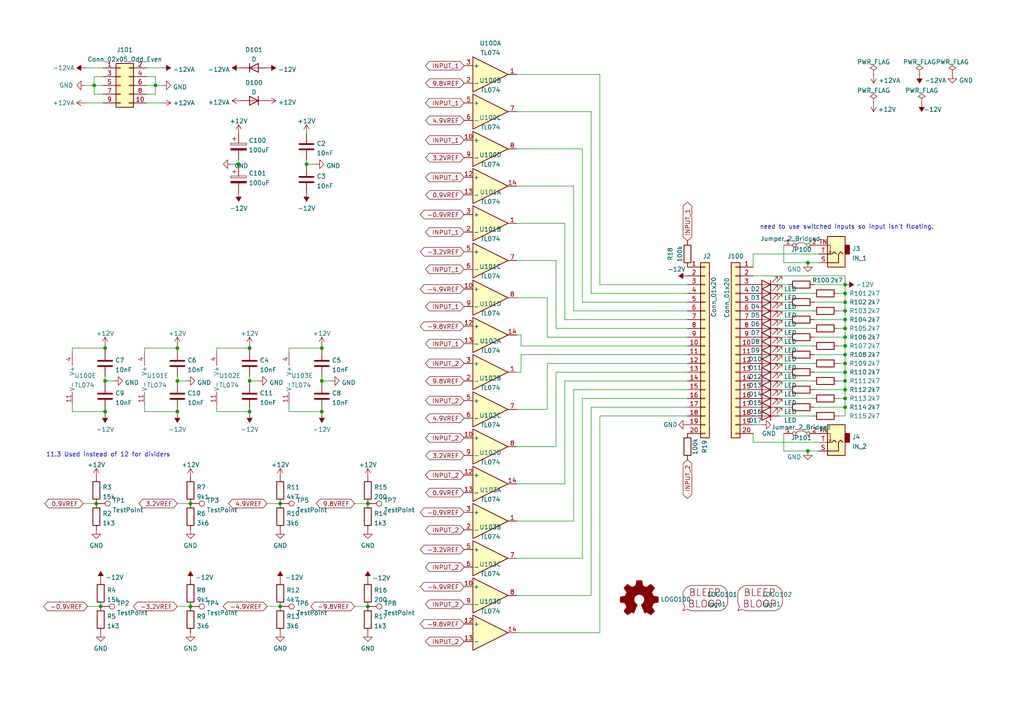
<source format=kicad_sch>
(kicad_sch (version 20211123) (generator eeschema)
  (paper "A4")
  (title_block (title "Voltage Detector") (date "2022-12-04") (rev "1.0") (company "RobotDialogs"))
  (junction (at 45.085 24.765))
  (junction (at 29.21 175.895))
  (junction (at 55.245 175.895))
  (junction (at 245.11 82.55))
  (junction (at 93.345 100.965))
  (junction (at 245.11 95.25))
  (junction (at 81.28 175.895))
  (junction (at 106.68 146.05))
  (junction (at 245.11 118.11))
  (junction (at 27.94 146.05))
  (junction (at 245.11 102.87))
  (junction (at 245.11 113.03))
  (junction (at 106.68 175.895))
  (junction (at 72.39 100.965))
  (junction (at 72.39 110.49))
  (junction (at 93.345 119.38))
  (junction (at 30.48 119.38))
  (junction (at 93.345 110.49))
  (junction (at 27.305 24.765))
  (junction (at 245.11 110.49))
  (junction (at 245.11 97.79))
  (junction (at 30.48 110.49))
  (junction (at 245.11 85.09))
  (junction (at 88.9 47.625))
  (junction (at 245.11 100.33))
  (junction (at 81.28 146.05))
  (junction (at 51.435 110.49))
  (junction (at 51.435 119.38))
  (junction (at 72.39 119.38))
  (junction (at 245.11 90.17))
  (junction (at 245.11 107.95))
  (junction (at 69.215 47.625))
  (junction (at 55.245 146.05))
  (junction (at 234.315 130.81))
  (junction (at 245.11 105.41))
  (junction (at 245.11 87.63))
  (junction (at 245.11 92.71))
  (junction (at 234.315 76.2))
  (junction (at 30.48 100.965))
  (junction (at 51.435 100.965))
  (junction (at 245.11 115.57))
  (wire (pts (xy 161.29 75.565) (xy 161.29 95.25)))
  (wire (pts (xy 226.06 90.17) (xy 235.585 90.17)))
  (wire (pts (xy 72.39 109.22) (xy 72.39 110.49)))
  (wire (pts (xy 151.13 100.33) (xy 199.39 100.33)))
  (wire (pts (xy 41.91 102.235) (xy 41.91 100.965)))
  (wire (pts (xy 149.86 129.54) (xy 161.29 129.54)))
  (wire (pts (xy 69.215 47.625) (xy 69.215 48.26)))
  (wire (pts (xy 67.31 47.625) (xy 69.215 47.625)))
  (wire (pts (xy 158.75 86.36) (xy 158.75 97.79)))
  (wire (pts (xy 149.86 118.745) (xy 158.75 118.745)))
  (wire (pts (xy 163.83 110.49) (xy 199.39 110.49)))
  (wire (pts (xy 102.87 146.05) (xy 106.68 146.05)))
  (wire (pts (xy 236.22 97.79) (xy 245.11 97.79)))
  (wire (pts (xy 226.06 102.87) (xy 228.6 102.87)))
  (wire (pts (xy 226.06 107.95) (xy 228.6 107.95)))
  (wire (pts (xy 218.44 128.27) (xy 218.44 125.73)))
  (wire (pts (xy 72.39 110.49) (xy 72.39 111.125)))
  (wire (pts (xy 72.39 110.49) (xy 74.93 110.49)))
  (wire (pts (xy 245.11 105.41) (xy 245.11 107.95)))
  (wire (pts (xy 151.13 102.87) (xy 199.39 102.87)))
  (wire (pts (xy 151.13 107.95) (xy 151.13 102.87)))
  (wire (pts (xy 227.33 76.2) (xy 227.33 71.12)))
  (wire (pts (xy 27.305 22.225) (xy 27.305 24.765)))
  (wire (pts (xy 236.22 87.63) (xy 245.11 87.63)))
  (wire (pts (xy 29.845 22.225) (xy 27.305 22.225)))
  (wire (pts (xy 83.82 102.235) (xy 83.82 100.965)))
  (wire (pts (xy 45.085 24.765) (xy 45.085 27.305)))
  (wire (pts (xy 236.22 118.11) (xy 245.11 118.11)))
  (wire (pts (xy 93.345 110.49) (xy 95.885 110.49)))
  (wire (pts (xy 227.33 130.81) (xy 227.33 125.73)))
  (wire (pts (xy 245.11 100.33) (xy 245.11 102.87)))
  (wire (pts (xy 93.345 109.22) (xy 93.345 110.49)))
  (wire (pts (xy 149.86 107.95) (xy 151.13 107.95)))
  (wire (pts (xy 77.47 175.895) (xy 81.28 175.895)))
  (wire (pts (xy 51.435 110.49) (xy 51.435 111.125)))
  (wire (pts (xy 93.345 119.38) (xy 93.345 118.745)))
  (wire (pts (xy 245.11 85.09) (xy 245.11 87.63)))
  (wire (pts (xy 72.39 100.965) (xy 72.39 101.6)))
  (wire (pts (xy 93.345 110.49) (xy 93.345 111.125)))
  (wire (pts (xy 226.06 113.03) (xy 228.6 113.03)))
  (wire (pts (xy 30.48 109.22) (xy 30.48 110.49)))
  (wire (pts (xy 20.955 119.38) (xy 30.48 119.38)))
  (wire (pts (xy 245.11 113.03) (xy 245.11 115.57)))
  (wire (pts (xy 245.11 97.79) (xy 245.11 100.33)))
  (wire (pts (xy 245.11 107.95) (xy 245.11 110.49)))
  (wire (pts (xy 88.9 47.625) (xy 91.44 47.625)))
  (wire (pts (xy 149.86 140.335) (xy 163.83 140.335)))
  (wire (pts (xy 51.435 100.33) (xy 51.435 100.965)))
  (wire (pts (xy 72.39 120.015) (xy 72.39 119.38)))
  (wire (pts (xy 149.86 53.975) (xy 166.37 53.975)))
  (wire (pts (xy 243.205 110.49) (xy 245.11 110.49)))
  (wire (pts (xy 243.205 105.41) (xy 245.11 105.41)))
  (wire (pts (xy 166.37 113.03) (xy 199.39 113.03)))
  (wire (pts (xy 158.75 118.745) (xy 158.75 105.41)))
  (wire (pts (xy 51.435 110.49) (xy 53.975 110.49)))
  (wire (pts (xy 151.13 97.155) (xy 151.13 100.33)))
  (wire (pts (xy 234.315 130.81) (xy 237.49 130.81)))
  (wire (pts (xy 24.765 19.685) (xy 29.845 19.685)))
  (wire (pts (xy 218.44 128.27) (xy 237.49 128.27)))
  (wire (pts (xy 149.86 161.925) (xy 168.91 161.925)))
  (wire (pts (xy 30.48 120.015) (xy 30.48 119.38)))
  (wire (pts (xy 173.99 82.55) (xy 199.39 82.55)))
  (wire (pts (xy 245.11 80.01) (xy 245.11 82.55)))
  (wire (pts (xy 51.435 175.895) (xy 55.245 175.895)))
  (wire (pts (xy 234.315 130.81) (xy 227.33 130.81)))
  (wire (pts (xy 245.11 95.25) (xy 245.11 97.79)))
  (wire (pts (xy 62.865 102.235) (xy 62.865 100.965)))
  (wire (pts (xy 168.91 161.925) (xy 168.91 115.57)))
  (wire (pts (xy 72.39 119.38) (xy 72.39 118.745)))
  (wire (pts (xy 41.91 100.965) (xy 51.435 100.965)))
  (wire (pts (xy 27.305 24.765) (xy 29.845 24.765)))
  (wire (pts (xy 30.48 100.33) (xy 30.48 100.965)))
  (wire (pts (xy 236.22 92.71) (xy 245.11 92.71)))
  (wire (pts (xy 245.11 92.71) (xy 245.11 95.25)))
  (wire (pts (xy 83.82 100.965) (xy 93.345 100.965)))
  (wire (pts (xy 149.86 21.59) (xy 173.99 21.59)))
  (wire (pts (xy 72.39 100.33) (xy 72.39 100.965)))
  (wire (pts (xy 83.82 117.475) (xy 83.82 119.38)))
  (wire (pts (xy 226.06 92.71) (xy 228.6 92.71)))
  (wire (pts (xy 62.865 119.38) (xy 72.39 119.38)))
  (wire (pts (xy 243.205 85.09) (xy 245.11 85.09)))
  (wire (pts (xy 149.86 183.515) (xy 173.99 183.515)))
  (wire (pts (xy 102.87 175.895) (xy 106.68 175.895)))
  (wire (pts (xy 30.48 110.49) (xy 30.48 111.125)))
  (wire (pts (xy 218.44 73.66) (xy 237.49 73.66)))
  (wire (pts (xy 42.545 19.685) (xy 46.99 19.685)))
  (wire (pts (xy 235.585 120.65) (xy 226.06 120.65)))
  (wire (pts (xy 30.48 110.49) (xy 33.02 110.49)))
  (wire (pts (xy 166.37 90.17) (xy 199.39 90.17)))
  (wire (pts (xy 226.06 118.11) (xy 228.6 118.11)))
  (wire (pts (xy 149.86 97.155) (xy 151.13 97.155)))
  (wire (pts (xy 42.545 22.225) (xy 45.085 22.225)))
  (wire (pts (xy 243.205 90.17) (xy 245.11 90.17)))
  (wire (pts (xy 236.22 102.87) (xy 245.11 102.87)))
  (wire (pts (xy 27.305 24.765) (xy 27.305 27.305)))
  (wire (pts (xy 234.315 76.2) (xy 237.49 76.2)))
  (wire (pts (xy 226.06 115.57) (xy 235.585 115.57)))
  (wire (pts (xy 163.83 64.77) (xy 163.83 92.71)))
  (wire (pts (xy 88.9 47.625) (xy 88.9 48.26)))
  (wire (pts (xy 45.085 24.765) (xy 46.99 24.765)))
  (wire (pts (xy 51.435 109.22) (xy 51.435 110.49)))
  (wire (pts (xy 30.48 100.965) (xy 30.48 101.6)))
  (wire (pts (xy 161.29 107.95) (xy 199.39 107.95)))
  (wire (pts (xy 245.11 115.57) (xy 245.11 118.11)))
  (wire (pts (xy 245.11 120.65) (xy 243.205 120.65)))
  (wire (pts (xy 45.085 22.225) (xy 45.085 24.765)))
  (wire (pts (xy 41.91 119.38) (xy 51.435 119.38)))
  (wire (pts (xy 51.435 100.965) (xy 51.435 101.6)))
  (wire (pts (xy 51.435 119.38) (xy 51.435 118.745)))
  (wire (pts (xy 173.99 21.59) (xy 173.99 82.55)))
  (wire (pts (xy 166.37 151.13) (xy 166.37 113.03)))
  (wire (pts (xy 45.085 27.305) (xy 42.545 27.305)))
  (wire (pts (xy 168.91 115.57) (xy 199.39 115.57)))
  (wire (pts (xy 25.4 175.895) (xy 29.21 175.895)))
  (wire (pts (xy 243.205 115.57) (xy 245.11 115.57)))
  (wire (pts (xy 62.865 117.475) (xy 62.865 119.38)))
  (wire (pts (xy 93.345 100.965) (xy 93.345 101.6)))
  (wire (pts (xy 24.13 146.05) (xy 27.94 146.05)))
  (wire (pts (xy 171.45 32.385) (xy 171.45 85.09)))
  (wire (pts (xy 88.9 46.355) (xy 88.9 47.625)))
  (wire (pts (xy 27.305 27.305) (xy 29.845 27.305)))
  (wire (pts (xy 149.86 151.13) (xy 166.37 151.13)))
  (wire (pts (xy 20.955 100.965) (xy 30.48 100.965)))
  (wire (pts (xy 218.44 123.19) (xy 220.98 123.19)))
  (wire (pts (xy 226.06 95.25) (xy 235.585 95.25)))
  (wire (pts (xy 158.75 105.41) (xy 199.39 105.41)))
  (wire (pts (xy 163.83 140.335) (xy 163.83 110.49)))
  (wire (pts (xy 62.865 100.965) (xy 72.39 100.965)))
  (wire (pts (xy 245.11 90.17) (xy 245.11 92.71)))
  (wire (pts (xy 234.315 76.2) (xy 227.33 76.2)))
  (wire (pts (xy 149.86 64.77) (xy 163.83 64.77)))
  (wire (pts (xy 161.29 129.54) (xy 161.29 107.95)))
  (wire (pts (xy 236.22 82.55) (xy 245.11 82.55)))
  (wire (pts (xy 171.45 118.11) (xy 199.39 118.11)))
  (wire (pts (xy 51.435 146.05) (xy 55.245 146.05)))
  (wire (pts (xy 243.205 100.33) (xy 245.11 100.33)))
  (wire (pts (xy 42.545 29.845) (xy 46.99 29.845)))
  (wire (pts (xy 166.37 53.975) (xy 166.37 90.17)))
  (wire (pts (xy 245.11 118.11) (xy 245.11 120.65)))
  (wire (pts (xy 168.91 87.63) (xy 199.39 87.63)))
  (wire (pts (xy 93.345 120.015) (xy 93.345 119.38)))
  (wire (pts (xy 171.45 85.09) (xy 199.39 85.09)))
  (wire (pts (xy 226.06 97.79) (xy 228.6 97.79)))
  (wire (pts (xy 218.44 80.01) (xy 245.11 80.01)))
  (wire (pts (xy 41.91 117.475) (xy 41.91 119.38)))
  (wire (pts (xy 158.75 97.79) (xy 199.39 97.79)))
  (wire (pts (xy 24.765 24.765) (xy 27.305 24.765)))
  (wire (pts (xy 226.06 85.09) (xy 235.585 85.09)))
  (wire (pts (xy 226.06 82.55) (xy 228.6 82.55)))
  (wire (pts (xy 226.06 100.33) (xy 235.585 100.33)))
  (wire (pts (xy 149.86 32.385) (xy 171.45 32.385)))
  (wire (pts (xy 77.47 146.05) (xy 81.28 146.05)))
  (wire (pts (xy 243.205 95.25) (xy 245.11 95.25)))
  (wire (pts (xy 245.11 110.49) (xy 245.11 113.03)))
  (wire (pts (xy 171.45 172.72) (xy 171.45 118.11)))
  (wire (pts (xy 51.435 120.015) (xy 51.435 119.38)))
  (wire (pts (xy 173.99 120.65) (xy 199.39 120.65)))
  (wire (pts (xy 149.86 86.36) (xy 158.75 86.36)))
  (wire (pts (xy 173.99 183.515) (xy 173.99 120.65)))
  (wire (pts (xy 226.06 87.63) (xy 228.6 87.63)))
  (wire (pts (xy 245.11 87.63) (xy 245.11 90.17)))
  (wire (pts (xy 236.22 107.95) (xy 245.11 107.95)))
  (wire (pts (xy 20.955 117.475) (xy 20.955 119.38)))
  (wire (pts (xy 236.22 113.03) (xy 245.11 113.03)))
  (wire (pts (xy 42.545 24.765) (xy 45.085 24.765)))
  (wire (pts (xy 149.86 43.18) (xy 168.91 43.18)))
  (wire (pts (xy 226.06 110.49) (xy 235.585 110.49)))
  (wire (pts (xy 30.48 119.38) (xy 30.48 118.745)))
  (wire (pts (xy 218.44 77.47) (xy 218.44 73.66)))
  (wire (pts (xy 29.845 29.845) (xy 24.765 29.845)))
  (wire (pts (xy 83.82 119.38) (xy 93.345 119.38)))
  (wire (pts (xy 245.11 102.87) (xy 245.11 105.41)))
  (wire (pts (xy 168.91 43.18) (xy 168.91 87.63)))
  (wire (pts (xy 69.215 46.355) (xy 69.215 47.625)))
  (wire (pts (xy 163.83 92.71) (xy 199.39 92.71)))
  (wire (pts (xy 161.29 95.25) (xy 199.39 95.25)))
  (wire (pts (xy 149.86 75.565) (xy 161.29 75.565)))
  (wire (pts (xy 20.955 102.235) (xy 20.955 100.965)))
  (wire (pts (xy 149.86 172.72) (xy 171.45 172.72)))
  (wire (pts (xy 93.345 100.33) (xy 93.345 100.965)))
  (wire (pts (xy 245.11 82.55) (xy 245.11 85.09)))
  (wire (pts (xy 226.06 105.41) (xy 235.585 105.41)))
  (text "11.3 Used instead of 12 for dividers" (at 13.335 132.715 0) (effects (font (size 1.27 1.27)) (justify left bottom)))
  (text "need to use switched inputs so input isn't floating." (at 220.345 66.675 0) (effects (font (size 1.27 1.27)) (justify left bottom)))
  (global_label "INPUT_2" (shape bidirectional) (at 134.62 186.055 180) (property "Intersheet References" "${INTERSHEET_REFS}" (effects hide)))
  (global_label "-0.9VREF" (shape bidirectional) (at 134.62 148.59 180) (property "Intersheet References" "${INTERSHEET_REFS}" (effects hide)))
  (global_label "-9.8VREF" (shape bidirectional) (at 134.62 180.975 180) (property "Intersheet References" "${INTERSHEET_REFS}" (effects hide)))
  (global_label "9.8VREF" (shape bidirectional) (at 102.87 146.05 180) (property "Intersheet References" "${INTERSHEET_REFS}" (effects hide)))
  (global_label "INPUT_1" (shape bidirectional) (at 134.62 19.05 180) (property "Intersheet References" "${INTERSHEET_REFS}" (effects hide)))
  (global_label "INPUT_1" (shape bidirectional) (at 134.62 88.9 180) (property "Intersheet References" "${INTERSHEET_REFS}" (effects hide)))
  (global_label "-0.9VREF" (shape bidirectional) (at 25.4 175.895 180) (property "Intersheet References" "${INTERSHEET_REFS}" (effects hide)))
  (global_label "INPUT_2" (shape bidirectional) (at 134.62 105.41 180) (property "Intersheet References" "${INTERSHEET_REFS}" (effects hide)))
  (global_label "INPUT_1" (shape bidirectional) (at 199.39 69.85 90) (property "Intersheet References" "${INTERSHEET_REFS}" (effects hide)))
  (global_label "9.8VREF" (shape bidirectional) (at 134.62 24.13 180) (property "Intersheet References" "${INTERSHEET_REFS}" (effects hide)))
  (global_label "INPUT_2" (shape bidirectional) (at 199.39 133.35 270) (property "Intersheet References" "${INTERSHEET_REFS}" (effects hide)))
  (global_label "INPUT_1" (shape bidirectional) (at 134.62 99.695 180) (property "Intersheet References" "${INTERSHEET_REFS}" (effects hide)))
  (global_label "0.9VREF" (shape bidirectional) (at 24.13 146.05 180) (property "Intersheet References" "${INTERSHEET_REFS}" (effects hide)))
  (global_label "-9.8VREF" (shape bidirectional) (at 102.87 175.895 180) (property "Intersheet References" "${INTERSHEET_REFS}" (effects hide)))
  (global_label "3.2VREF" (shape bidirectional) (at 51.435 146.05 180) (property "Intersheet References" "${INTERSHEET_REFS}" (effects hide)))
  (global_label "-4.9VREF" (shape bidirectional) (at 77.47 175.895 180) (property "Intersheet References" "${INTERSHEET_REFS}" (effects hide)))
  (global_label "INPUT_2" (shape bidirectional) (at 134.62 116.205 180) (property "Intersheet References" "${INTERSHEET_REFS}" (effects hide)))
  (global_label "0.9VREF" (shape bidirectional) (at 134.62 142.875 180) (property "Intersheet References" "${INTERSHEET_REFS}" (effects hide)))
  (global_label "-4.9VREF" (shape bidirectional) (at 134.62 83.82 180) (property "Intersheet References" "${INTERSHEET_REFS}" (effects hide)))
  (global_label "4.9VREF" (shape bidirectional) (at 134.62 34.925 180) (property "Intersheet References" "${INTERSHEET_REFS}" (effects hide)))
  (global_label "-3.2VREF" (shape bidirectional) (at 134.62 73.025 180) (property "Intersheet References" "${INTERSHEET_REFS}" (effects hide)))
  (global_label "INPUT_1" (shape bidirectional) (at 134.62 40.64 180) (property "Intersheet References" "${INTERSHEET_REFS}" (effects hide)))
  (global_label "INPUT_2" (shape bidirectional) (at 134.62 153.67 180) (property "Intersheet References" "${INTERSHEET_REFS}" (effects hide)))
  (global_label "INPUT_2" (shape bidirectional) (at 134.62 137.795 180) (property "Intersheet References" "${INTERSHEET_REFS}" (effects hide)))
  (global_label "-9.8VREF" (shape bidirectional) (at 134.62 94.615 180) (property "Intersheet References" "${INTERSHEET_REFS}" (effects hide)))
  (global_label "4.9VREF" (shape bidirectional) (at 77.47 146.05 180) (property "Intersheet References" "${INTERSHEET_REFS}" (effects hide)))
  (global_label "INPUT_1" (shape bidirectional) (at 134.62 51.435 180) (property "Intersheet References" "${INTERSHEET_REFS}" (effects hide)))
  (global_label "9.8VREF" (shape bidirectional) (at 134.62 110.49 180) (property "Intersheet References" "${INTERSHEET_REFS}" (effects hide)))
  (global_label "INPUT_1" (shape bidirectional) (at 134.62 78.105 180) (property "Intersheet References" "${INTERSHEET_REFS}" (effects hide)))
  (global_label "-0.9VREF" (shape bidirectional) (at 134.62 62.23 180) (property "Intersheet References" "${INTERSHEET_REFS}" (effects hide)))
  (global_label "-3.2VREF" (shape bidirectional) (at 51.435 175.895 180) (property "Intersheet References" "${INTERSHEET_REFS}" (effects hide)))
  (global_label "-4.9VREF" (shape bidirectional) (at 134.62 170.18 180) (property "Intersheet References" "${INTERSHEET_REFS}" (effects hide)))
  (global_label "INPUT_1" (shape bidirectional) (at 134.62 67.31 180) (property "Intersheet References" "${INTERSHEET_REFS}" (effects hide)))
  (global_label "INPUT_2" (shape bidirectional) (at 134.62 164.465 180) (property "Intersheet References" "${INTERSHEET_REFS}" (effects hide)))
  (global_label "0.9VREF" (shape bidirectional) (at 134.62 56.515 180) (property "Intersheet References" "${INTERSHEET_REFS}" (effects hide)))
  (global_label "INPUT_2" (shape bidirectional) (at 134.62 175.26 180) (property "Intersheet References" "${INTERSHEET_REFS}" (effects hide)))
  (global_label "4.9VREF" (shape bidirectional) (at 134.62 121.285 180) (property "Intersheet References" "${INTERSHEET_REFS}" (effects hide)))
  (global_label "INPUT_2" (shape bidirectional) (at 134.62 127 180) (property "Intersheet References" "${INTERSHEET_REFS}" (effects hide)))
  (global_label "3.2VREF" (shape bidirectional) (at 134.62 45.72 180) (property "Intersheet References" "${INTERSHEET_REFS}" (effects hide)))
  (global_label "-3.2VREF" (shape bidirectional) (at 134.62 159.385 180) (property "Intersheet References" "${INTERSHEET_REFS}" (effects hide)))
  (global_label "3.2VREF" (shape bidirectional) (at 134.62 132.08 180) (property "Intersheet References" "${INTERSHEET_REFS}" (effects hide)))
  (global_label "INPUT_1" (shape bidirectional) (at 134.62 29.845 180) (property "Intersheet References" "${INTERSHEET_REFS}" (effects hide)))
  (symbol (lib_id "Device:LED") (at 222.25 92.71 180) (unit 1)
    (property "Reference" "D6" (at 219.075 93.98 0))
    (property "Value" "LED" (at 229.235 93.98 0))
    (property "Footprint" "My Stuff:LED_D3.0mm" (effects hide))
  )
  (symbol (lib_id "power:GND") (at 74.93 110.49 90) (unit 1)
    (property "Reference" "#PWR031" (effects hide))
    (property "Value" "GND" (at 78.105 110.969 90) (effects (justify right)))
  )
  (symbol (lib_id "Device:R") (at 81.28 179.705 180) (unit 1)
    (property "Reference" "R13" (at 83.058 178.7965 0) (effects (justify right)))
    (property "Value" "3k6" (at 83.058 181.5716 0) (effects (justify right)))
    (property "Footprint" "Resistor_SMD:R_1206_3216Metric_Pad1.30x1.75mm_HandSolder" (effects hide))
  )
  (symbol (lib_id "power:GND") (at 220.98 123.19 90) (mirror x) (unit 1)
    (property "Reference" "#PWR038" (effects hide))
    (property "Value" "GND" (at 220.98 125.73 90) (effects (justify right)))
  )
  (symbol (lib_id "Device:D") (at 73.66 19.685 0) (unit 1)
    (property "Reference" "D101" (at 73.66 14.4485 0))
    (property "Value" "D" (at 73.66 17.2236 0))
    (property "Footprint" "Diode_THT:D_A-405_P2.54mm_Vertical_KathodeUp" (effects hide))
  )
  (symbol (lib_id "Amplifier_Operational:TL074") (at 142.24 183.515 0) (unit 4)
    (property "Reference" "U103" (at 142.24 174.4685 0))
    (property "Value" "TL074" (at 142.24 177.2436 0))
    (property "Footprint" "Package_DIP:DIP-14_W7.62mm_Socket_LongPads" (effects hide))
    (property "Datasheet" "http://www.ti.com/lit/ds/symlink/tl071.pdf" (effects hide))
  )
  (symbol (lib_id "Device:R") (at 232.41 102.87 90) (unit 1)
    (property "Reference" "R108" (at 251.46 102.87 90) (effects (justify left)))
    (property "Value" "2k7" (at 255.27 102.87 90) (effects (justify left)))
    (property "Footprint" "Resistor_SMD:R_1206_3216Metric_Pad1.30x1.75mm_HandSolder" (effects hide))
  )
  (symbol (lib_id "power:GND") (at 106.68 183.515 0) (unit 1)
    (property "Reference" "#PWR055" (effects hide))
    (property "Value" "GND" (at 106.68 188.0775 0))
  )
  (symbol (lib_id "Device:R") (at 232.41 97.79 90) (unit 1)
    (property "Reference" "R106" (at 251.46 97.79 90) (effects (justify left)))
    (property "Value" "2k7" (at 255.27 97.79 90) (effects (justify left)))
    (property "Footprint" "Resistor_SMD:R_1206_3216Metric_Pad1.30x1.75mm_HandSolder" (effects hide))
  )
  (symbol (lib_id "Device:LED") (at 222.25 97.79 180) (unit 1)
    (property "Reference" "D8" (at 219.075 99.06 0))
    (property "Value" "LED" (at 229.235 99.06 0))
    (property "Footprint" "My Stuff:LED_D3.0mm" (effects hide))
  )
  (symbol (lib_id "Device:C_Polarized") (at 69.215 42.545 0) (unit 1)
    (property "Reference" "C100" (at 72.136 40.7475 0) (effects (justify left)))
    (property "Value" "100uF" (at 72.136 43.5226 0) (effects (justify left)))
    (property "Footprint" "Capacitor_THT:CP_Radial_D5.0mm_P2.50mm" (effects hide))
  )
  (symbol (lib_id "Device:R") (at 81.28 142.24 180) (unit 1)
    (property "Reference" "R11" (at 83.058 141.3315 0) (effects (justify right)))
    (property "Value" "4k7" (at 83.058 144.1066 0) (effects (justify right)))
    (property "Footprint" "Resistor_SMD:R_1206_3216Metric_Pad1.30x1.75mm_HandSolder" (effects hide))
  )
  (symbol (lib_id "Connector_Generic:Conn_01x20") (at 204.47 100.33 0) (unit 1)
    (property "Reference" "J2" (at 203.835 74.295 0) (effects (justify left)))
    (property "Value" "Conn_01x20" (at 207.01 92.075 90) (effects (justify left)))
    (property "Footprint" "Connector_PinHeader_2.54mm:PinHeader_1x20_P2.54mm_Horizontal" (effects hide))
  )
  (symbol (lib_id "power:+12VA") (at 24.765 29.845 90) (unit 1)
    (property "Reference" "#PWR012" (effects hide))
    (property "Value" "+12VA" (at 15.24 29.845 90) (effects (justify right)))
  )
  (symbol (lib_id "Device:R") (at 29.21 179.705 180) (unit 1)
    (property "Reference" "R5" (at 30.988 178.7965 0) (effects (justify right)))
    (property "Value" "1k3" (at 30.988 181.5716 0) (effects (justify right)))
    (property "Footprint" "Resistor_SMD:R_1206_3216Metric_Pad1.30x1.75mm_HandSolder" (effects hide))
  )
  (symbol (lib_id "Device:R") (at 239.395 120.65 90) (unit 1)
    (property "Reference" "R115" (at 251.46 120.65 90) (effects (justify left)))
    (property "Value" "2k7" (at 255.27 120.65 90) (effects (justify left)))
    (property "Footprint" "Resistor_SMD:R_1206_3216Metric_Pad1.30x1.75mm_HandSolder" (effects hide))
  )
  (symbol (lib_id "power:-12VA") (at 266.7 21.59 180) (unit 1)
    (property "Reference" "#PWR06" (effects hide))
    (property "Value" "-12VA" (at 268.097 23.339 0) (effects (justify right)))
  )
  (symbol (lib_id "power:+12V") (at 69.215 38.735 0) (unit 1)
    (property "Reference" "#PWR016" (effects hide))
    (property "Value" "+12V" (at 69.215 35.1305 0))
  )
  (symbol (lib_id "Amplifier_Operational:TL074") (at 142.24 129.54 0) (unit 3)
    (property "Reference" "U102" (at 142.24 120.4935 0))
    (property "Value" "TL074" (at 142.24 123.2686 0))
    (property "Footprint" "Package_DIP:DIP-14_W7.62mm_Socket_LongPads" (effects hide))
    (property "Datasheet" "http://www.ti.com/lit/ds/symlink/tl071.pdf" (effects hide))
  )
  (symbol (lib_id "Amplifier_Operational:TL074") (at 86.36 109.855 0) (unit 5)
    (property "Reference" "U103" (at 84.455 108.9465 0) (effects (justify left)))
    (property "Value" "TL074" (at 84.455 111.7216 0) (effects (justify left)))
    (property "Footprint" "Package_DIP:DIP-14_W7.62mm_Socket_LongPads" (effects hide))
    (property "Datasheet" "http://www.ti.com/lit/ds/symlink/tl071.pdf" (effects hide))
  )
  (symbol (lib_id "Connector:TestPoint") (at 106.68 146.05 270) (unit 1)
    (property "Reference" "TP7" (at 111.379 145.1415 90) (effects (justify left)))
    (property "Value" "TestPoint" (at 111.379 147.9166 90) (effects (justify left)))
    (property "Footprint" "My Stuff:TestPoint_Pad_D1.0mm_minimal" (effects hide))
  )
  (symbol (lib_id "power:GND") (at 95.885 110.49 90) (unit 1)
    (property "Reference" "#PWR032" (effects hide))
    (property "Value" "GND" (at 99.06 110.969 90) (effects (justify right)))
  )
  (symbol (lib_id "Connector_Generic:Conn_02x05_Odd_Even") (at 34.925 24.765 0) (unit 1)
    (property "Reference" "J101" (at 36.195 14.4485 0))
    (property "Value" "Conn_02x05_Odd_Even" (at 36.195 17.2236 0))
    (property "Footprint" "Connector_IDC:IDC-Header_2x05_P2.54mm_Vertical" (effects hide))
  )
  (symbol (lib_id "power:-12V") (at 93.345 120.015 180) (unit 1)
    (property "Reference" "#PWR036" (effects hide))
    (property "Value" "-12V" (at 93.345 124.5775 0))
  )
  (symbol (lib_id "Device:C") (at 88.9 42.545 0) (unit 1)
    (property "Reference" "C2" (at 91.821 41.6365 0) (effects (justify left)))
    (property "Value" "10nF" (at 91.821 44.4116 0) (effects (justify left)))
    (property "Footprint" "Capacitor_SMD:C_1206_3216Metric_Pad1.33x1.80mm_HandSolder" (effects hide))
  )
  (symbol (lib_id "Device:R") (at 55.245 142.24 180) (unit 1)
    (property "Reference" "R7" (at 57.023 141.3315 0) (effects (justify right)))
    (property "Value" "9k1" (at 57.023 144.1066 0) (effects (justify right)))
    (property "Footprint" "Resistor_SMD:R_1206_3216Metric_Pad1.30x1.75mm_HandSolder" (effects hide))
  )
  (symbol (lib_id "power:GND") (at 234.315 130.81 0) (mirror y) (unit 1)
    (property "Reference" "#PWR039" (effects hide))
    (property "Value" "GND" (at 232.41 132.559 0) (effects (justify left)))
  )
  (symbol (lib_id "power:+12V") (at 51.435 100.33 0) (unit 1)
    (property "Reference" "#PWR026" (effects hide))
    (property "Value" "+12V" (at 51.435 96.7255 0))
  )
  (symbol (lib_id "My Stuff:Logo_Open_Hardware_Small") (at 185.42 173.99 0) (unit 1)
    (property "Reference" "LOGO100" (at 191.6176 173.834 0) (effects (justify left)))
    (property "Value" "Logo_Open_Hardware_Small" (effects hide))
    (property "Footprint" "Symbol:OSHW-Symbol_6.7x6mm_SilkScreen" (effects hide))
  )
  (symbol (lib_id "power:-12V") (at 69.215 55.88 180) (unit 1)
    (property "Reference" "#PWR020" (effects hide))
    (property "Value" "-12V" (at 69.215 60.4425 0))
  )
  (symbol (lib_id "power:+12V") (at 77.47 29.21 270) (unit 1)
    (property "Reference" "#PWR011" (effects hide))
    (property "Value" "+12V" (at 80.645 29.689 90) (effects (justify left)))
  )
  (symbol (lib_id "power:-12V") (at 55.245 168.275 0) (unit 1)
    (property "Reference" "#PWR049" (effects hide))
    (property "Value" "-12V" (at 56.642 167.484 0) (effects (justify left)))
  )
  (symbol (lib_id "Device:LED") (at 222.25 87.63 180) (unit 1)
    (property "Reference" "D4" (at 219.075 88.9 0))
    (property "Value" "LED" (at 229.235 88.9 0))
    (property "Footprint" "My Stuff:LED_D3.0mm" (effects hide))
  )
  (symbol (lib_id "power:GND") (at 55.245 153.67 0) (unit 1)
    (property "Reference" "#PWR045" (effects hide))
    (property "Value" "GND" (at 55.245 158.2325 0))
  )
  (symbol (lib_id "power:GND") (at 55.245 183.515 0) (unit 1)
    (property "Reference" "#PWR053" (effects hide))
    (property "Value" "GND" (at 55.245 188.0775 0))
  )
  (symbol (lib_id "power:+12V") (at 93.345 100.33 0) (unit 1)
    (property "Reference" "#PWR028" (effects hide))
    (property "Value" "+12V" (at 93.345 96.7255 0))
  )
  (symbol (lib_id "power:GND") (at 81.28 183.515 0) (unit 1)
    (property "Reference" "#PWR054" (effects hide))
    (property "Value" "GND" (at 81.28 188.0775 0))
  )
  (symbol (lib_id "Device:LED") (at 222.25 82.55 180) (unit 1)
    (property "Reference" "D2" (at 219.075 83.82 0))
    (property "Value" "LED" (at 229.235 83.82 0))
    (property "Footprint" "My Stuff:LED_D3.0mm" (effects hide))
  )
  (symbol (lib_id "Amplifier_Operational:TL074") (at 142.24 21.59 0) (unit 1)
    (property "Reference" "U100" (at 142.24 12.5435 0))
    (property "Value" "TL074" (at 142.24 15.3186 0))
    (property "Footprint" "Package_DIP:DIP-14_W7.62mm_Socket_LongPads" (effects hide))
    (property "Datasheet" "http://www.ti.com/lit/ds/symlink/tl071.pdf" (effects hide))
  )
  (symbol (lib_id "power:-12VA") (at 24.765 19.685 90) (unit 1)
    (property "Reference" "#PWR01" (effects hide))
    (property "Value" "-12VA" (at 15.24 19.685 90) (effects (justify right)))
  )
  (symbol (lib_id "power:-12V") (at 267.335 29.845 180) (unit 1)
    (property "Reference" "#PWR015" (effects hide))
    (property "Value" "-12V" (at 270.51 31.75 0))
  )
  (symbol (lib_id "power:+12V") (at 27.94 138.43 0) (unit 1)
    (property "Reference" "#PWR040" (effects hide))
    (property "Value" "+12V" (at 27.94 134.8255 0))
  )
  (symbol (lib_id "Device:R") (at 106.68 172.085 180) (unit 1)
    (property "Reference" "R16" (at 108.458 171.1765 0) (effects (justify right)))
    (property "Value" "200" (at 108.458 173.9516 0) (effects (justify right)))
    (property "Footprint" "Resistor_SMD:R_1206_3216Metric_Pad1.30x1.75mm_HandSolder" (effects hide))
  )
  (symbol (lib_id "Amplifier_Operational:TL074") (at 142.24 32.385 0) (unit 2)
    (property "Reference" "U100" (at 142.24 23.3385 0))
    (property "Value" "TL074" (at 142.24 26.1136 0))
    (property "Footprint" "Package_DIP:DIP-14_W7.62mm_Socket_LongPads" (effects hide))
    (property "Datasheet" "http://www.ti.com/lit/ds/symlink/tl071.pdf" (effects hide))
  )
  (symbol (lib_id "Device:LED") (at 222.25 102.87 180) (unit 1)
    (property "Reference" "D10" (at 219.075 104.14 0))
    (property "Value" "LED" (at 229.235 104.14 0))
    (property "Footprint" "My Stuff:LED_D3.0mm" (effects hide))
  )
  (symbol (lib_id "Device:R") (at 239.395 90.17 90) (unit 1)
    (property "Reference" "R103" (at 251.46 90.17 90) (effects (justify left)))
    (property "Value" "2k7" (at 255.27 90.17 90) (effects (justify left)))
    (property "Footprint" "Resistor_SMD:R_1206_3216Metric_Pad1.30x1.75mm_HandSolder" (effects hide))
  )
  (symbol (lib_id "Device:C_Polarized") (at 69.215 52.07 0) (unit 1)
    (property "Reference" "C101" (at 72.136 50.2725 0) (effects (justify left)))
    (property "Value" "100uF" (at 72.136 53.0476 0) (effects (justify left)))
    (property "Footprint" "Capacitor_THT:CP_Radial_D5.0mm_P2.50mm" (effects hide))
  )
  (symbol (lib_id "power:PWR_FLAG") (at 253.365 29.845 0) (unit 1)
    (property "Reference" "#FLG04" (effects hide))
    (property "Value" "PWR_FLAG" (at 253.365 26.2405 0))
  )
  (symbol (lib_id "Device:C") (at 88.9 52.07 0) (unit 1)
    (property "Reference" "C3" (at 91.821 51.1615 0) (effects (justify left)))
    (property "Value" "10nF" (at 91.821 53.9366 0) (effects (justify left)))
    (property "Footprint" "Capacitor_SMD:C_1206_3216Metric_Pad1.33x1.80mm_HandSolder" (effects hide))
  )
  (symbol (lib_id "Device:R") (at 232.41 107.95 90) (unit 1)
    (property "Reference" "R110" (at 251.46 107.95 90) (effects (justify left)))
    (property "Value" "2k7" (at 255.27 107.95 90) (effects (justify left)))
    (property "Footprint" "Resistor_SMD:R_1206_3216Metric_Pad1.30x1.75mm_HandSolder" (effects hide))
  )
  (symbol (lib_id "Device:R") (at 232.41 87.63 90) (unit 1)
    (property "Reference" "R102" (at 251.46 87.63 90) (effects (justify left)))
    (property "Value" "2k7" (at 255.27 87.63 90) (effects (justify left)))
    (property "Footprint" "Resistor_SMD:R_1206_3216Metric_Pad1.30x1.75mm_HandSolder" (effects hide))
  )
  (symbol (lib_id "power:-12V") (at 29.21 168.275 0) (unit 1)
    (property "Reference" "#PWR048" (effects hide))
    (property "Value" "-12V" (at 30.607 167.484 0) (effects (justify left)))
  )
  (symbol (lib_id "power:GND") (at 29.21 183.515 0) (unit 1)
    (property "Reference" "#PWR052" (effects hide))
    (property "Value" "GND" (at 29.21 188.0775 0))
  )
  (symbol (lib_id "Amplifier_Operational:TL074") (at 142.24 118.745 0) (unit 2)
    (property "Reference" "U102" (at 142.24 109.6985 0))
    (property "Value" "TL074" (at 142.24 112.4736 0))
    (property "Footprint" "Package_DIP:DIP-14_W7.62mm_Socket_LongPads" (effects hide))
    (property "Datasheet" "http://www.ti.com/lit/ds/symlink/tl071.pdf" (effects hide))
  )
  (symbol (lib_id "power:-12V") (at 72.39 120.015 180) (unit 1)
    (property "Reference" "#PWR035" (effects hide))
    (property "Value" "-12V" (at 72.39 124.5775 0))
  )
  (symbol (lib_id "power:+12V") (at 81.28 138.43 0) (unit 1)
    (property "Reference" "#PWR042" (effects hide))
    (property "Value" "+12V" (at 81.28 134.8255 0))
  )
  (symbol (lib_id "Amplifier_Operational:TL074") (at 142.24 53.975 0) (unit 4)
    (property "Reference" "U100" (at 142.24 44.9285 0))
    (property "Value" "TL074" (at 142.24 47.7036 0))
    (property "Footprint" "Package_DIP:DIP-14_W7.62mm_Socket_LongPads" (effects hide))
    (property "Datasheet" "http://www.ti.com/lit/ds/symlink/tl071.pdf" (effects hide))
  )
  (symbol (lib_id "Device:R") (at 232.41 92.71 90) (unit 1)
    (property "Reference" "R104" (at 251.46 92.71 90) (effects (justify left)))
    (property "Value" "2k7" (at 255.27 92.71 90) (effects (justify left)))
    (property "Footprint" "Resistor_SMD:R_1206_3216Metric_Pad1.30x1.75mm_HandSolder" (effects hide))
  )
  (symbol (lib_id "power:+12V") (at 106.68 138.43 0) (unit 1)
    (property "Reference" "#PWR043" (effects hide))
    (property "Value" "+12V" (at 106.68 134.8255 0))
  )
  (symbol (lib_id "Device:R") (at 239.395 115.57 90) (unit 1)
    (property "Reference" "R113" (at 251.46 115.57 90) (effects (justify left)))
    (property "Value" "2k7" (at 255.27 115.57 90) (effects (justify left)))
    (property "Footprint" "Resistor_SMD:R_1206_3216Metric_Pad1.30x1.75mm_HandSolder" (effects hide))
  )
  (symbol (lib_id "Amplifier_Operational:TL074") (at 142.24 172.72 0) (unit 3)
    (property "Reference" "U103" (at 142.24 163.6735 0))
    (property "Value" "TL074" (at 142.24 166.4486 0))
    (property "Footprint" "Package_DIP:DIP-14_W7.62mm_Socket_LongPads" (effects hide))
    (property "Datasheet" "http://www.ti.com/lit/ds/symlink/tl071.pdf" (effects hide))
  )
  (symbol (lib_id "Device:C") (at 72.39 105.41 0) (unit 1)
    (property "Reference" "C4" (at 75.311 104.5015 0) (effects (justify left)))
    (property "Value" "10nF" (at 75.311 107.2766 0) (effects (justify left)))
    (property "Footprint" "Capacitor_SMD:C_1206_3216Metric_Pad1.33x1.80mm_HandSolder" (effects hide))
  )
  (symbol (lib_id "power:GND") (at 33.02 110.49 90) (unit 1)
    (property "Reference" "#PWR029" (effects hide))
    (property "Value" "GND" (at 36.195 110.969 90) (effects (justify right)))
  )
  (symbol (lib_id "Device:R") (at 81.28 172.085 180) (unit 1)
    (property "Reference" "R12" (at 83.058 171.1765 0) (effects (justify right)))
    (property "Value" "4k7" (at 83.058 173.9516 0) (effects (justify right)))
    (property "Footprint" "Resistor_SMD:R_1206_3216Metric_Pad1.30x1.75mm_HandSolder" (effects hide))
  )
  (symbol (lib_id "power:+12V") (at 253.365 29.845 180) (unit 1)
    (property "Reference" "#PWR014" (effects hide))
    (property "Value" "+12V" (at 254.635 31.75 0) (effects (justify right)))
  )
  (symbol (lib_id "Connector:AudioJack2_SwitchT") (at 242.57 73.66 180) (unit 1)
    (property "Reference" "J3" (at 247.142 72.1165 0) (effects (justify right)))
    (property "Value" "IN_1" (at 247.142 74.8916 0) (effects (justify right)))
    (property "Footprint" "My Stuff:Jack_3.5mm_MJ-355W_and_PJ398SM_Vertical" (effects hide))
  )
  (symbol (lib_id "Amplifier_Operational:TL074") (at 142.24 97.155 0) (unit 4)
    (property "Reference" "U101" (at 142.24 88.1085 0))
    (property "Value" "TL074" (at 142.24 90.8836 0))
    (property "Footprint" "Package_DIP:DIP-14_W7.62mm_Socket_LongPads" (effects hide))
    (property "Datasheet" "http://www.ti.com/lit/ds/symlink/tl071.pdf" (effects hide))
  )
  (symbol (lib_id "power:-12V") (at 81.28 168.275 0) (unit 1)
    (property "Reference" "#PWR050" (effects hide))
    (property "Value" "-12V" (at 82.677 167.484 0) (effects (justify left)))
  )
  (symbol (lib_id "Connector:TestPoint") (at 81.28 146.05 270) (unit 1)
    (property "Reference" "TP5" (at 85.979 145.1415 90) (effects (justify left)))
    (property "Value" "TestPoint" (at 85.979 147.9166 90) (effects (justify left)))
    (property "Footprint" "My Stuff:TestPoint_Pad_D1.0mm_minimal" (effects hide))
  )
  (symbol (lib_id "Device:R") (at 232.41 113.03 90) (unit 1)
    (property "Reference" "R112" (at 251.46 113.03 90) (effects (justify left)))
    (property "Value" "2k7" (at 255.27 113.03 90) (effects (justify left)))
    (property "Footprint" "Resistor_SMD:R_1206_3216Metric_Pad1.30x1.75mm_HandSolder" (effects hide))
  )
  (symbol (lib_id "Device:LED") (at 222.25 100.33 180) (unit 1)
    (property "Reference" "D9" (at 219.075 101.6 0))
    (property "Value" "LED" (at 229.235 101.6 0))
    (property "Footprint" "My Stuff:LED_D3.0mm" (effects hide))
  )
  (symbol (lib_id "Device:R") (at 55.245 172.085 180) (unit 1)
    (property "Reference" "R8" (at 57.023 171.1765 0) (effects (justify right)))
    (property "Value" "9k1" (at 57.023 173.9516 0) (effects (justify right)))
    (property "Footprint" "Resistor_SMD:R_1206_3216Metric_Pad1.30x1.75mm_HandSolder" (effects hide))
  )
  (symbol (lib_id "power:+12VA") (at 253.365 21.59 180) (unit 1)
    (property "Reference" "#PWR05" (effects hide))
    (property "Value" "+12VA" (at 254.762 23.339 0) (effects (justify right)))
  )
  (symbol (lib_id "Device:R") (at 239.395 100.33 90) (unit 1)
    (property "Reference" "R107" (at 251.46 100.33 90) (effects (justify left)))
    (property "Value" "2k7" (at 255.27 100.33 90) (effects (justify left)))
    (property "Footprint" "Resistor_SMD:R_1206_3216Metric_Pad1.30x1.75mm_HandSolder" (effects hide))
  )
  (symbol (lib_id "Amplifier_Operational:TL074") (at 142.24 140.335 0) (unit 4)
    (property "Reference" "U102" (at 142.24 131.2885 0))
    (property "Value" "TL074" (at 142.24 134.0636 0))
    (property "Footprint" "Package_DIP:DIP-14_W7.62mm_Socket_LongPads" (effects hide))
    (property "Datasheet" "http://www.ti.com/lit/ds/symlink/tl071.pdf" (effects hide))
  )
  (symbol (lib_id "power:PWR_FLAG") (at 276.225 21.59 0) (unit 1)
    (property "Reference" "#FLG03" (effects hide))
    (property "Value" "PWR_FLAG" (at 276.225 17.9855 0))
  )
  (symbol (lib_id "Amplifier_Operational:TL074") (at 142.24 161.925 0) (unit 2)
    (property "Reference" "U103" (at 142.24 152.8785 0))
    (property "Value" "TL074" (at 142.24 155.6536 0))
    (property "Footprint" "Package_DIP:DIP-14_W7.62mm_Socket_LongPads" (effects hide))
    (property "Datasheet" "http://www.ti.com/lit/ds/symlink/tl071.pdf" (effects hide))
  )
  (symbol (lib_id "Amplifier_Operational:TL074") (at 142.24 151.13 0) (unit 1)
    (property "Reference" "U103" (at 142.24 142.0835 0))
    (property "Value" "TL074" (at 142.24 144.8586 0))
    (property "Footprint" "Package_DIP:DIP-14_W7.62mm_Socket_LongPads" (effects hide))
    (property "Datasheet" "http://www.ti.com/lit/ds/symlink/tl071.pdf" (effects hide))
  )
  (symbol (lib_id "Device:R") (at 239.395 95.25 90) (unit 1)
    (property "Reference" "R105" (at 251.46 95.25 90) (effects (justify left)))
    (property "Value" "2k7" (at 255.27 95.25 90) (effects (justify left)))
    (property "Footprint" "Resistor_SMD:R_1206_3216Metric_Pad1.30x1.75mm_HandSolder" (effects hide))
  )
  (symbol (lib_id "Device:R") (at 199.39 129.54 0) (unit 1)
    (property "Reference" "R19" (at 204.3725 129.54 90))
    (property "Value" "100k" (at 201.5974 129.54 90))
    (property "Footprint" "Resistor_SMD:R_1206_3216Metric_Pad1.30x1.75mm_HandSolder" (effects hide))
  )
  (symbol (lib_id "power:-12VA") (at 69.85 19.685 90) (unit 1)
    (property "Reference" "#PWR03" (effects hide))
    (property "Value" "-12VA" (at 66.675 20.164 90) (effects (justify left)))
  )
  (symbol (lib_id "power:GND") (at 27.94 153.67 0) (unit 1)
    (property "Reference" "#PWR044" (effects hide))
    (property "Value" "GND" (at 27.94 158.2325 0))
  )
  (symbol (lib_id "power:GND") (at 199.39 123.19 270) (mirror x) (unit 1)
    (property "Reference" "#PWR037" (effects hide))
    (property "Value" "GND" (at 192.405 123.19 90) (effects (justify left)))
  )
  (symbol (lib_id "Amplifier_Operational:TL074") (at 142.24 86.36 0) (unit 3)
    (property "Reference" "U101" (at 142.24 77.3135 0))
    (property "Value" "TL074" (at 142.24 80.0886 0))
    (property "Footprint" "Package_DIP:DIP-14_W7.62mm_Socket_LongPads" (effects hide))
    (property "Datasheet" "http://www.ti.com/lit/ds/symlink/tl071.pdf" (effects hide))
  )
  (symbol (lib_id "Amplifier_Operational:TL074") (at 23.495 109.855 0) (unit 5)
    (property "Reference" "U100" (at 21.59 108.9465 0) (effects (justify left)))
    (property "Value" "TL074" (at 21.59 111.7216 0) (effects (justify left)))
    (property "Footprint" "Package_DIP:DIP-14_W7.62mm_Socket_LongPads" (effects hide))
    (property "Datasheet" "http://www.ti.com/lit/ds/symlink/tl071.pdf" (effects hide))
  )
  (symbol (lib_id "Amplifier_Operational:TL074") (at 65.405 109.855 0) (unit 5)
    (property "Reference" "U102" (at 63.5 108.9465 0) (effects (justify left)))
    (property "Value" "TL074" (at 63.5 111.7216 0) (effects (justify left)))
    (property "Footprint" "Package_DIP:DIP-14_W7.62mm_Socket_LongPads" (effects hide))
    (property "Datasheet" "http://www.ti.com/lit/ds/symlink/tl071.pdf" (effects hide))
  )
  (symbol (lib_id "Amplifier_Operational:TL074") (at 142.24 64.77 0) (unit 1)
    (property "Reference" "U101" (at 142.24 55.7235 0))
    (property "Value" "TL074" (at 142.24 58.4986 0))
    (property "Footprint" "Package_DIP:DIP-14_W7.62mm_Socket_LongPads" (effects hide))
    (property "Datasheet" "http://www.ti.com/lit/ds/symlink/tl071.pdf" (effects hide))
  )
  (symbol (lib_id "Device:LED") (at 222.25 107.95 180) (unit 1)
    (property "Reference" "D12" (at 219.075 109.22 0))
    (property "Value" "LED" (at 229.235 109.22 0))
    (property "Footprint" "My Stuff:LED_D3.0mm" (effects hide))
  )
  (symbol (lib_id "power:PWR_FLAG") (at 253.365 21.59 0) (unit 1)
    (property "Reference" "#FLG01" (effects hide))
    (property "Value" "PWR_FLAG" (at 253.365 17.9855 0))
  )
  (symbol (lib_id "power:-12V") (at 245.11 82.55 270) (unit 1)
    (property "Reference" "#PWR024" (effects hide))
    (property "Value" "-12V" (at 250.825 82.55 90))
  )
  (symbol (lib_id "Connector_Generic:Conn_01x20") (at 213.36 100.33 0) (mirror y) (unit 1)
    (property "Reference" "J100" (at 213.36 74.295 0))
    (property "Value" "Conn_01x20" (at 210.82 86.36 90))
    (property "Footprint" "Connector_PinSocket_2.54mm:PinSocket_1x20_P2.54mm_Vertical" (effects hide))
  )
  (symbol (lib_id "Device:LED") (at 222.25 105.41 180) (unit 1)
    (property "Reference" "D11" (at 219.075 106.68 0))
    (property "Value" "LED" (at 229.235 106.68 0))
    (property "Footprint" "My Stuff:LED_D3.0mm" (effects hide))
  )
  (symbol (lib_id "power:GND") (at 91.44 47.625 90) (unit 1)
    (property "Reference" "#PWR019" (effects hide))
    (property "Value" "GND" (at 94.615 48.104 90) (effects (justify right)))
  )
  (symbol (lib_id "power:PWR_FLAG") (at 266.7 21.59 0) (unit 1)
    (property "Reference" "#FLG02" (effects hide))
    (property "Value" "PWR_FLAG" (at 266.7 17.9855 0))
  )
  (symbol (lib_id "Amplifier_Operational:TL074") (at 142.24 75.565 0) (unit 2)
    (property "Reference" "U101" (at 142.24 66.5185 0))
    (property "Value" "TL074" (at 142.24 69.2936 0))
    (property "Footprint" "Package_DIP:DIP-14_W7.62mm_Socket_LongPads" (effects hide))
    (property "Datasheet" "http://www.ti.com/lit/ds/symlink/tl071.pdf" (effects hide))
  )
  (symbol (lib_id "Device:C") (at 30.48 105.41 0) (unit 1)
    (property "Reference" "C7" (at 33.401 104.5015 0) (effects (justify left)))
    (property "Value" "10nF" (at 33.401 107.2766 0) (effects (justify left)))
    (property "Footprint" "Capacitor_SMD:C_1206_3216Metric_Pad1.33x1.80mm_HandSolder" (effects hide))
  )
  (symbol (lib_id "Device:LED") (at 222.25 113.03 180) (unit 1)
    (property "Reference" "D14" (at 219.075 114.3 0))
    (property "Value" "LED" (at 229.235 114.3 0))
    (property "Footprint" "My Stuff:LED_D3.0mm" (effects hide))
  )
  (symbol (lib_id "Device:LED") (at 222.25 118.11 180) (unit 1)
    (property "Reference" "D16" (at 219.075 119.38 0))
    (property "Value" "LED" (at 229.235 119.38 0))
    (property "Footprint" "My Stuff:LED_D3.0mm" (effects hide))
  )
  (symbol (lib_id "Device:LED") (at 222.25 90.17 180) (unit 1)
    (property "Reference" "D5" (at 219.075 91.44 0))
    (property "Value" "LED" (at 229.235 91.44 0))
    (property "Footprint" "My Stuff:LED_D3.0mm" (effects hide))
  )
  (symbol (lib_id "power:-12V") (at 51.435 120.015 180) (unit 1)
    (property "Reference" "#PWR034" (effects hide))
    (property "Value" "-12V" (at 51.435 124.5775 0))
  )
  (symbol (lib_id "Device:C") (at 72.39 114.935 0) (unit 1)
    (property "Reference" "C11" (at 75.311 114.0265 0) (effects (justify left)))
    (property "Value" "10nF" (at 75.311 116.8016 0) (effects (justify left)))
    (property "Footprint" "Capacitor_SMD:C_1206_3216Metric_Pad1.33x1.80mm_HandSolder" (effects hide))
  )
  (symbol (lib_id "power:-12V") (at 106.68 168.275 0) (unit 1)
    (property "Reference" "#PWR051" (effects hide))
    (property "Value" "-12V" (at 107.95 167.64 0) (effects (justify left)))
  )
  (symbol (lib_id "power:+12V") (at 72.39 100.33 0) (unit 1)
    (property "Reference" "#PWR027" (effects hide))
    (property "Value" "+12V" (at 72.39 96.7255 0))
  )
  (symbol (lib_id "Device:R") (at 106.68 142.24 180) (unit 1)
    (property "Reference" "R15" (at 108.458 141.3315 0) (effects (justify right)))
    (property "Value" "200" (at 108.458 144.1066 0) (effects (justify right)))
    (property "Footprint" "Resistor_SMD:R_1206_3216Metric_Pad1.30x1.75mm_HandSolder" (effects hide))
  )
  (symbol (lib_id "Device:LED") (at 222.25 110.49 180) (unit 1)
    (property "Reference" "D13" (at 219.075 111.76 0))
    (property "Value" "LED" (at 229.235 111.76 0))
    (property "Footprint" "My Stuff:LED_D3.0mm" (effects hide))
  )
  (symbol (lib_id "Device:R") (at 55.245 149.86 180) (unit 1)
    (property "Reference" "R6" (at 57.023 148.9515 0) (effects (justify right)))
    (property "Value" "3k6" (at 57.023 151.7266 0) (effects (justify right)))
    (property "Footprint" "Resistor_SMD:R_1206_3216Metric_Pad1.30x1.75mm_HandSolder" (effects hide))
  )
  (symbol (lib_id "Connector:TestPoint") (at 55.245 175.895 270) (unit 1)
    (property "Reference" "TP4" (at 59.944 174.9865 90) (effects (justify left)))
    (property "Value" "TestPoint" (at 59.944 177.7616 90) (effects (justify left)))
    (property "Footprint" "My Stuff:TestPoint_Pad_D1.0mm_minimal" (effects hide))
  )
  (symbol (lib_id "power:GND") (at 46.99 24.765 90) (unit 1)
    (property "Reference" "#PWR09" (effects hide))
    (property "Value" "GND" (at 50.165 25.244 90) (effects (justify right)))
  )
  (symbol (lib_id "Device:LED") (at 222.25 95.25 180) (unit 1)
    (property "Reference" "D7" (at 219.075 96.52 0))
    (property "Value" "LED" (at 229.235 96.52 0))
    (property "Footprint" "My Stuff:LED_D3.0mm" (effects hide))
  )
  (symbol (lib_id "power:+12V") (at 30.48 100.33 0) (unit 1)
    (property "Reference" "#PWR025" (effects hide))
    (property "Value" "+12V" (at 30.48 96.7255 0))
  )
  (symbol (lib_id "Device:R") (at 81.28 149.86 180) (unit 1)
    (property "Reference" "R10" (at 83.058 148.9515 0) (effects (justify right)))
    (property "Value" "3k6" (at 83.058 151.7266 0) (effects (justify right)))
    (property "Footprint" "Resistor_SMD:R_1206_3216Metric_Pad1.30x1.75mm_HandSolder" (effects hide))
  )
  (symbol (lib_id "power:GND") (at 81.28 153.67 0) (unit 1)
    (property "Reference" "#PWR046" (effects hide))
    (property "Value" "GND" (at 81.28 158.2325 0))
  )
  (symbol (lib_id "Device:R") (at 232.41 82.55 90) (unit 1)
    (property "Reference" "R100" (at 240.665 81.28 90) (effects (justify left)))
    (property "Value" "2k7" (at 244.475 81.28 90) (effects (justify left)))
    (property "Footprint" "Resistor_SMD:R_1206_3216Metric_Pad1.30x1.75mm_HandSolder" (effects hide))
  )
  (symbol (lib_id "Device:R") (at 27.94 149.86 180) (unit 1)
    (property "Reference" "R2" (at 29.718 148.9515 0) (effects (justify right)))
    (property "Value" "1k3" (at 29.718 151.7266 0) (effects (justify right)))
    (property "Footprint" "Resistor_SMD:R_1206_3216Metric_Pad1.30x1.75mm_HandSolder" (effects hide))
  )
  (symbol (lib_id "power:GND") (at 106.68 153.67 0) (unit 1)
    (property "Reference" "#PWR047" (effects hide))
    (property "Value" "GND" (at 106.68 158.2325 0))
  )
  (symbol (lib_id "Connector:TestPoint") (at 81.28 175.895 270) (unit 1)
    (property "Reference" "TP6" (at 85.979 174.9865 90) (effects (justify left)))
    (property "Value" "TestPoint" (at 85.979 177.7616 90) (effects (justify left)))
    (property "Footprint" "My Stuff:TestPoint_Pad_D1.0mm_minimal" (effects hide))
  )
  (symbol (lib_id "Device:C") (at 93.345 105.41 0) (unit 1)
    (property "Reference" "C5" (at 96.266 104.5015 0) (effects (justify left)))
    (property "Value" "10nF" (at 96.266 107.2766 0) (effects (justify left)))
    (property "Footprint" "Capacitor_SMD:C_1206_3216Metric_Pad1.33x1.80mm_HandSolder" (effects hide))
  )
  (symbol (lib_id "power:+12VA") (at 69.85 29.21 90) (unit 1)
    (property "Reference" "#PWR010" (effects hide))
    (property "Value" "+12VA" (at 66.675 29.689 90) (effects (justify left)))
  )
  (symbol (lib_id "Device:C") (at 51.435 114.935 0) (unit 1)
    (property "Reference" "C10" (at 54.356 114.0265 0) (effects (justify left)))
    (property "Value" "10nF" (at 54.356 116.8016 0) (effects (justify left)))
    (property "Footprint" "Capacitor_SMD:C_1206_3216Metric_Pad1.33x1.80mm_HandSolder" (effects hide))
  )
  (symbol (lib_id "Connector:TestPoint") (at 29.21 175.895 270) (unit 1)
    (property "Reference" "TP2" (at 33.909 174.9865 90) (effects (justify left)))
    (property "Value" "TestPoint" (at 33.909 177.7616 90) (effects (justify left)))
    (property "Footprint" "My Stuff:TestPoint_Pad_D1.0mm_minimal" (effects hide))
  )
  (symbol (lib_id "power:+12V") (at 88.9 38.735 0) (unit 1)
    (property "Reference" "#PWR017" (effects hide))
    (property "Value" "+12V" (at 88.9 35.1305 0))
  )
  (symbol (lib_id "power:-12V") (at 77.47 19.685 270) (unit 1)
    (property "Reference" "#PWR04" (effects hide))
    (property "Value" "-12V" (at 80.645 20.164 90) (effects (justify left)))
  )
  (symbol (lib_id "My Stuff:logo1") (at 220.345 173.355 0) (unit 1)
    (property "Reference" "LOGO102" (at 220.98 172.4465 0) (effects (justify left)))
    (property "Value" "logo1" (at 220.98 175.2216 0) (effects (justify left)))
    (property "Footprint" "My Stuff:Logo2" (effects hide))
  )
  (symbol (lib_id "power:GND") (at 53.975 110.49 90) (unit 1)
    (property "Reference" "#PWR030" (effects hide))
    (property "Value" "GND" (at 57.15 110.969 90) (effects (justify right)))
  )
  (symbol (lib_id "power:+12V") (at 55.245 138.43 0) (unit 1)
    (property "Reference" "#PWR041" (effects hide))
    (property "Value" "+12V" (at 55.245 134.8255 0))
  )
  (symbol (lib_id "Connector:TestPoint") (at 27.94 146.05 270) (unit 1)
    (property "Reference" "TP1" (at 32.639 145.1415 90) (effects (justify left)))
    (property "Value" "TestPoint" (at 32.639 147.9166 90) (effects (justify left)))
    (property "Footprint" "My Stuff:TestPoint_Pad_D1.0mm_minimal" (effects hide))
  )
  (symbol (lib_id "Device:R") (at 27.94 142.24 180) (unit 1)
    (property "Reference" "R3" (at 29.718 141.3315 0) (effects (justify right)))
    (property "Value" "15k" (at 29.718 144.1066 0) (effects (justify right)))
    (property "Footprint" "Resistor_SMD:R_1206_3216Metric_Pad1.30x1.75mm_HandSolder" (effects hide))
  )
  (symbol (lib_id "power:GND") (at 67.31 47.625 270) (unit 1)
    (property "Reference" "#PWR018" (effects hide))
    (property "Value" "GND" (at 67.945 48.104 90) (effects (justify left)))
  )
  (symbol (lib_id "Jumper:Jumper_2_Bridged") (at 232.41 125.73 0) (unit 1)
    (property "Reference" "JP101" (at 232.41 127 0))
    (property "Value" "Jumper_2_Bridged" (at 232.41 123.9036 0))
    (property "Footprint" "Jumper:SolderJumper-2_P1.3mm_Bridged_Pad1.0x1.5mm" (effects hide))
  )
  (symbol (lib_id "power:-12V") (at 30.48 120.015 180) (unit 1)
    (property "Reference" "#PWR033" (effects hide))
    (property "Value" "-12V" (at 30.48 124.5775 0))
  )
  (symbol (lib_id "Device:R") (at 55.245 179.705 180) (unit 1)
    (property "Reference" "R9" (at 57.023 178.7965 0) (effects (justify right)))
    (property "Value" "3k6" (at 57.023 181.5716 0) (effects (justify right)))
    (property "Footprint" "Resistor_SMD:R_1206_3216Metric_Pad1.30x1.75mm_HandSolder" (effects hide))
  )
  (symbol (lib_id "Device:C") (at 51.435 105.41 0) (unit 1)
    (property "Reference" "C6" (at 54.356 104.5015 0) (effects (justify left)))
    (property "Value" "10nF" (at 54.356 107.2766 0) (effects (justify left)))
    (property "Footprint" "Capacitor_SMD:C_1206_3216Metric_Pad1.33x1.80mm_HandSolder" (effects hide))
  )
  (symbol (lib_id "Device:R") (at 239.395 110.49 90) (unit 1)
    (property "Reference" "R111" (at 251.46 110.49 90) (effects (justify left)))
    (property "Value" "2k7" (at 255.27 110.49 90) (effects (justify left)))
    (property "Footprint" "Resistor_SMD:R_1206_3216Metric_Pad1.30x1.75mm_HandSolder" (effects hide))
  )
  (symbol (lib_id "power:-12VA") (at 46.99 19.685 270) (unit 1)
    (property "Reference" "#PWR02" (effects hide))
    (property "Value" "-12VA" (at 50.165 20.164 90) (effects (justify left)))
  )
  (symbol (lib_id "Connector:AudioJack2_SwitchT") (at 242.57 128.27 180) (unit 1)
    (property "Reference" "J4" (at 247.142 126.7265 0) (effects (justify right)))
    (property "Value" "IN_2" (at 247.142 129.5016 0) (effects (justify right)))
    (property "Footprint" "My Stuff:Jack_3.5mm_MJ-355W_and_PJ398SM_Vertical" (effects hide))
  )
  (symbol (lib_id "Device:R") (at 232.41 118.11 90) (unit 1)
    (property "Reference" "R114" (at 251.46 118.11 90) (effects (justify left)))
    (property "Value" "2k7" (at 255.27 118.11 90) (effects (justify left)))
    (property "Footprint" "Resistor_SMD:R_1206_3216Metric_Pad1.30x1.75mm_HandSolder" (effects hide))
  )
  (symbol (lib_id "Connector:TestPoint") (at 106.68 175.895 270) (unit 1)
    (property "Reference" "TP8" (at 111.379 174.9865 90) (effects (justify left)))
    (property "Value" "TestPoint" (at 111.379 177.7616 90) (effects (justify left)))
    (property "Footprint" "My Stuff:TestPoint_Pad_D1.0mm_minimal" (effects hide))
  )
  (symbol (lib_id "Amplifier_Operational:TL074") (at 142.24 43.18 0) (unit 3)
    (property "Reference" "U100" (at 142.24 34.1335 0))
    (property "Value" "TL074" (at 142.24 36.9086 0))
    (property "Footprint" "Package_DIP:DIP-14_W7.62mm_Socket_LongPads" (effects hide))
    (property "Datasheet" "http://www.ti.com/lit/ds/symlink/tl071.pdf" (effects hide))
  )
  (symbol (lib_id "Device:R") (at 239.395 105.41 90) (unit 1)
    (property "Reference" "R109" (at 251.46 105.41 90) (effects (justify left)))
    (property "Value" "2k7" (at 255.27 105.41 90) (effects (justify left)))
    (property "Footprint" "Resistor_SMD:R_1206_3216Metric_Pad1.30x1.75mm_HandSolder" (effects hide))
  )
  (symbol (lib_id "power:-12V") (at 199.39 80.01 90) (unit 1)
    (property "Reference" "#PWR023" (effects hide))
    (property "Value" "-12V" (at 196.215 78.105 90))
  )
  (symbol (lib_id "Device:LED") (at 222.25 85.09 180) (unit 1)
    (property "Reference" "D3" (at 219.075 86.36 0))
    (property "Value" "LED" (at 229.235 86.36 0))
    (property "Footprint" "My Stuff:LED_D3.0mm" (effects hide))
  )
  (symbol (lib_id "Device:C") (at 30.48 114.935 0) (unit 1)
    (property "Reference" "C9" (at 33.401 114.0265 0) (effects (justify left)))
    (property "Value" "10nF" (at 33.401 116.8016 0) (effects (justify left)))
    (property "Footprint" "Capacitor_SMD:C_1206_3216Metric_Pad1.33x1.80mm_HandSolder" (effects hide))
  )
  (symbol (lib_id "Device:C") (at 93.345 114.935 0) (unit 1)
    (property "Reference" "C8" (at 96.266 114.0265 0) (effects (justify left)))
    (property "Value" "10nF" (at 96.266 116.8016 0) (effects (justify left)))
    (property "Footprint" "Capacitor_SMD:C_1206_3216Metric_Pad1.33x1.80mm_HandSolder" (effects hide))
  )
  (symbol (lib_id "power:+12VA") (at 46.99 29.845 270) (unit 1)
    (property "Reference" "#PWR013" (effects hide))
    (property "Value" "+12VA" (at 50.165 29.845 90) (effects (justify left)))
  )
  (symbol (lib_id "Device:LED") (at 222.25 115.57 180) (unit 1)
    (property "Reference" "D15" (at 219.075 116.84 0))
    (property "Value" "LED" (at 229.235 116.84 0))
    (property "Footprint" "My Stuff:LED_D3.0mm" (effects hide))
  )
  (symbol (lib_id "Amplifier_Operational:TL074") (at 44.45 109.855 0) (unit 5)
    (property "Reference" "U101" (at 42.545 108.9465 0) (effects (justify left)))
    (property "Value" "TL074" (at 42.545 111.7216 0) (effects (justify left)))
    (property "Footprint" "Package_DIP:DIP-14_W7.62mm_Socket_LongPads" (effects hide))
    (property "Datasheet" "http://www.ti.com/lit/ds/symlink/tl071.pdf" (effects hide))
  )
  (symbol (lib_id "Device:R") (at 106.68 149.86 180) (unit 1)
    (property "Reference" "R14" (at 108.458 148.9515 0) (effects (justify right)))
    (property "Value" "1k3" (at 108.458 151.7266 0) (effects (justify right)))
    (property "Footprint" "Resistor_SMD:R_1206_3216Metric_Pad1.30x1.75mm_HandSolder" (effects hide))
  )
  (symbol (lib_id "Connector:TestPoint") (at 55.245 146.05 270) (unit 1)
    (property "Reference" "TP3" (at 59.944 145.1415 90) (effects (justify left)))
    (property "Value" "TestPoint" (at 59.944 147.9166 90) (effects (justify left)))
    (property "Footprint" "My Stuff:TestPoint_Pad_D1.0mm_minimal" (effects hide))
  )
  (symbol (lib_id "power:GND") (at 276.225 21.59 0) (unit 1)
    (property "Reference" "#PWR07" (effects hide))
    (property "Value" "GND" (at 278.13 23.339 0) (effects (justify left)))
  )
  (symbol (lib_id "Device:LED") (at 222.25 120.65 180) (unit 1)
    (property "Reference" "D17" (at 219.075 121.92 0))
    (property "Value" "LED" (at 229.235 121.92 0))
    (property "Footprint" "My Stuff:LED_D3.0mm" (effects hide))
  )
  (symbol (lib_id "power:PWR_FLAG") (at 267.335 29.845 0) (unit 1)
    (property "Reference" "#FLG05" (effects hide))
    (property "Value" "PWR_FLAG" (at 267.335 26.2405 0))
  )
  (symbol (lib_id "Device:D") (at 73.66 29.21 180) (unit 1)
    (property "Reference" "D100" (at 73.66 23.9735 0))
    (property "Value" "D" (at 73.66 26.7486 0))
    (property "Footprint" "Diode_THT:D_A-405_P2.54mm_Vertical_KathodeUp" (effects hide))
  )
  (symbol (lib_id "Device:R") (at 239.395 85.09 90) (unit 1)
    (property "Reference" "R101" (at 251.46 85.09 90) (effects (justify left)))
    (property "Value" "2k7" (at 255.27 85.09 90) (effects (justify left)))
    (property "Footprint" "Resistor_SMD:R_1206_3216Metric_Pad1.30x1.75mm_HandSolder" (effects hide))
  )
  (symbol (lib_id "Device:R") (at 199.39 73.66 180) (unit 1)
    (property "Reference" "R18" (at 194.4075 73.66 90))
    (property "Value" "100k" (at 197.1826 73.66 90))
    (property "Footprint" "Resistor_SMD:R_1206_3216Metric_Pad1.30x1.75mm_HandSolder" (effects hide))
  )
  (symbol (lib_id "power:GND") (at 234.315 76.2 0) (mirror y) (unit 1)
    (property "Reference" "#PWR022" (effects hide))
    (property "Value" "GND" (at 232.41 78.105 0) (effects (justify left)))
  )
  (symbol (lib_id "Amplifier_Operational:TL074") (at 142.24 107.95 0) (unit 1)
    (property "Reference" "U102" (at 142.24 98.9035 0))
    (property "Value" "TL074" (at 142.24 101.6786 0))
    (property "Footprint" "Package_DIP:DIP-14_W7.62mm_Socket_LongPads" (effects hide))
    (property "Datasheet" "http://www.ti.com/lit/ds/symlink/tl071.pdf" (effects hide))
  )
  (symbol (lib_id "My Stuff:logo1") (at 204.47 173.355 0) (unit 1)
    (property "Reference" "LOGO101" (at 205.105 172.4465 0) (effects (justify left)))
    (property "Value" "logo1" (at 205.105 175.2216 0) (effects (justify left)))
    (property "Footprint" "My Stuff:Logo1" (effects hide))
  )
  (symbol (lib_id "power:-12V") (at 88.9 55.88 180) (unit 1)
    (property "Reference" "#PWR021" (effects hide))
    (property "Value" "-12V" (at 88.9 60.4425 0))
  )
  (symbol (lib_id "power:GND") (at 24.765 24.765 270) (unit 1)
    (property "Reference" "#PWR08" (effects hide))
    (property "Value" "GND" (at 17.145 24.765 90) (effects (justify left)))
  )
  (symbol (lib_id "Jumper:Jumper_2_Bridged") (at 232.41 71.12 0) (unit 1)
    (property "Reference" "JP100" (at 232.41 72.39 0))
    (property "Value" "Jumper_2_Bridged" (at 229.235 69.215 0))
    (property "Footprint" "Jumper:SolderJumper-2_P1.3mm_Bridged_Pad1.0x1.5mm" (effects hide))
  )
  (symbol (lib_id "Device:R") (at 106.68 179.705 180) (unit 1)
    (property "Reference" "R17" (at 108.458 178.7965 0) (effects (justify right)))
    (property "Value" "1k3" (at 108.458 181.5716 0) (effects (justify right)))
    (property "Footprint" "Resistor_SMD:R_1206_3216Metric_Pad1.30x1.75mm_HandSolder" (effects hide))
  )
  (symbol (lib_id "Device:R") (at 29.21 172.085 180) (unit 1)
    (property "Reference" "R4" (at 30.988 171.1765 0) (effects (justify right)))
    (property "Value" "15k" (at 30.988 173.9516 0) (effects (justify right)))
    (property "Footprint" "Resistor_SMD:R_1206_3216Metric_Pad1.30x1.75mm_HandSolder" (effects hide))
  )
)
</source>
